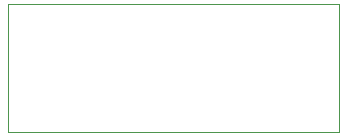
<source format=gm1>
G04*
G04 #@! TF.GenerationSoftware,Altium Limited,Altium Designer,20.1.14 (287)*
G04*
G04 Layer_Color=16711935*
%FSLAX25Y25*%
%MOIN*%
G70*
G04*
G04 #@! TF.SameCoordinates,A1E22FD0-206B-4EE7-9784-6D1C4D5CB387*
G04*
G04*
G04 #@! TF.FilePolarity,Positive*
G04*
G01*
G75*
%ADD36C,0.00100*%
D36*
X-0Y42675D02*
X0Y0D01*
X110205Y-0D01*
X110205Y42675D01*
X-0Y42675D02*
X110205Y42675D01*
M02*

</source>
